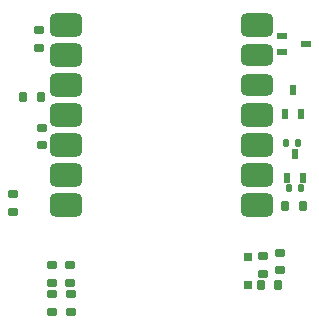
<source format=gbp>
G04*
G04 #@! TF.GenerationSoftware,Altium Limited,Altium Designer,22.6.1 (34)*
G04*
G04 Layer_Color=128*
%FSLAX44Y44*%
%MOMM*%
G71*
G04*
G04 #@! TF.SameCoordinates,CFF22713-5BA4-4343-9F65-DF9A29BEA822*
G04*
G04*
G04 #@! TF.FilePolarity,Positive*
G04*
G01*
G75*
G04:AMPARAMS|DCode=16|XSize=0.6mm|YSize=0.9mm|CornerRadius=0.15mm|HoleSize=0mm|Usage=FLASHONLY|Rotation=90.000|XOffset=0mm|YOffset=0mm|HoleType=Round|Shape=RoundedRectangle|*
%AMROUNDEDRECTD16*
21,1,0.6000,0.6000,0,0,90.0*
21,1,0.3000,0.9000,0,0,90.0*
1,1,0.3000,0.3000,0.1500*
1,1,0.3000,0.3000,-0.1500*
1,1,0.3000,-0.3000,-0.1500*
1,1,0.3000,-0.3000,0.1500*
%
%ADD16ROUNDEDRECTD16*%
G04:AMPARAMS|DCode=17|XSize=0.6mm|YSize=0.9mm|CornerRadius=0.15mm|HoleSize=0mm|Usage=FLASHONLY|Rotation=180.000|XOffset=0mm|YOffset=0mm|HoleType=Round|Shape=RoundedRectangle|*
%AMROUNDEDRECTD17*
21,1,0.6000,0.6000,0,0,180.0*
21,1,0.3000,0.9000,0,0,180.0*
1,1,0.3000,-0.1500,0.3000*
1,1,0.3000,0.1500,0.3000*
1,1,0.3000,0.1500,-0.3000*
1,1,0.3000,-0.1500,-0.3000*
%
%ADD17ROUNDEDRECTD17*%
%ADD28R,0.9000X0.5000*%
%ADD63R,0.8000X0.8000*%
G04:AMPARAMS|DCode=64|XSize=0.5mm|YSize=0.62mm|CornerRadius=0.0625mm|HoleSize=0mm|Usage=FLASHONLY|Rotation=0.000|XOffset=0mm|YOffset=0mm|HoleType=Round|Shape=RoundedRectangle|*
%AMROUNDEDRECTD64*
21,1,0.5000,0.4950,0,0,0.0*
21,1,0.3750,0.6200,0,0,0.0*
1,1,0.1250,0.1875,-0.2475*
1,1,0.1250,-0.1875,-0.2475*
1,1,0.1250,-0.1875,0.2475*
1,1,0.1250,0.1875,0.2475*
%
%ADD64ROUNDEDRECTD64*%
%ADD65R,0.5000X0.9000*%
G04:AMPARAMS|DCode=66|XSize=2.75mm|YSize=2mm|CornerRadius=0.5mm|HoleSize=0mm|Usage=FLASHONLY|Rotation=0.000|XOffset=0mm|YOffset=0mm|HoleType=Round|Shape=RoundedRectangle|*
%AMROUNDEDRECTD66*
21,1,2.7500,1.0000,0,0,0.0*
21,1,1.7500,2.0000,0,0,0.0*
1,1,1.0000,0.8750,-0.5000*
1,1,1.0000,-0.8750,-0.5000*
1,1,1.0000,-0.8750,0.5000*
1,1,1.0000,0.8750,0.5000*
%
%ADD66ROUNDEDRECTD66*%
G04:AMPARAMS|DCode=67|XSize=2.75mm|YSize=1.8mm|CornerRadius=0.45mm|HoleSize=0mm|Usage=FLASHONLY|Rotation=0.000|XOffset=0mm|YOffset=0mm|HoleType=Round|Shape=RoundedRectangle|*
%AMROUNDEDRECTD67*
21,1,2.7500,0.9000,0,0,0.0*
21,1,1.8500,1.8000,0,0,0.0*
1,1,0.9000,0.9250,-0.4500*
1,1,0.9000,-0.9250,-0.4500*
1,1,0.9000,-0.9250,0.4500*
1,1,0.9000,0.9250,0.4500*
%
%ADD67ROUNDEDRECTD67*%
D16*
X884393Y587619D02*
D03*
Y602619D02*
D03*
X900141Y602619D02*
D03*
Y587619D02*
D03*
X899887Y626749D02*
D03*
Y611749D02*
D03*
X884647Y612003D02*
D03*
Y627003D02*
D03*
X851373Y687201D02*
D03*
X851373Y672201D02*
D03*
X875503Y728335D02*
D03*
Y743335D02*
D03*
X873471Y826139D02*
D03*
Y811139D02*
D03*
X1063209Y634877D02*
D03*
Y619877D02*
D03*
X1077179Y622671D02*
D03*
Y637671D02*
D03*
D17*
X1081363Y676907D02*
D03*
X1096363D02*
D03*
X874739Y769507D02*
D03*
X859739D02*
D03*
X1075789Y609851D02*
D03*
X1060789D02*
D03*
D28*
X1099113Y814321D02*
D03*
X1078613Y821071D02*
D03*
Y807571D02*
D03*
D63*
X1050001Y633715D02*
D03*
Y609863D02*
D03*
D64*
X1092085Y730501D02*
D03*
X1082085D02*
D03*
X1085133Y692147D02*
D03*
X1095133D02*
D03*
D65*
X1090133Y721447D02*
D03*
X1083383Y700947D02*
D03*
X1096883D02*
D03*
X1095359Y754541D02*
D03*
X1081859D02*
D03*
X1088609Y775041D02*
D03*
D66*
X1057823Y678177D02*
D03*
Y703577D02*
D03*
Y728977D02*
D03*
X1057823Y754377D02*
D03*
X1057823Y830577D02*
D03*
X895823Y678177D02*
D03*
Y703577D02*
D03*
Y728977D02*
D03*
X895823Y754377D02*
D03*
X895823Y779777D02*
D03*
Y805177D02*
D03*
Y830577D02*
D03*
D67*
X1057823Y779777D02*
D03*
Y805177D02*
D03*
M02*

</source>
